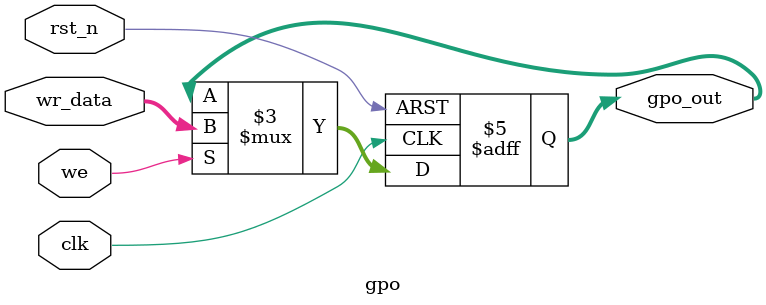
<source format=v>


module gpo (
    input wire clk,
    input wire rst_n,
    input wire we,
    input wire [31:0] wr_data,
    output reg [31:0] gpo_out
);

    always @(posedge clk or negedge rst_n) begin
        if (!rst_n) begin
	        gpo_out <= 32'b00000000;
        end else begin
            if (we) begin
	            gpo_out <= wr_data;
            end
        end
    end

endmodule

</source>
